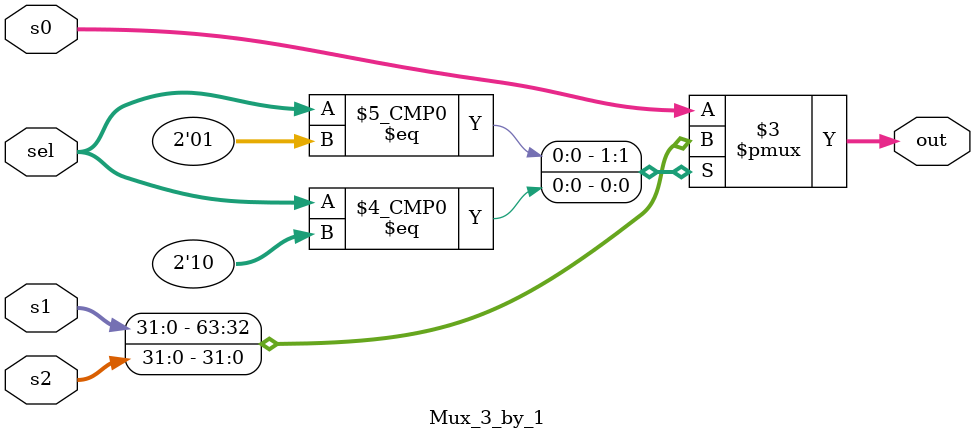
<source format=v>
module Mux_3_by_1 #(
    parameter size = 32
) 
(
    input [1:0] sel,  // 2-bit select input
    input signed [size-1:0] s0,
    input signed [size-1:0] s1,
    input signed [size-1:0] s2,
    output reg signed [size-1:0] out // reg type for always block
);

always @(*) begin
    case(sel)
        2'b00: out = s0;
        2'b01: out = s1;
        2'b10: out = s2;
        default: out = s0; // Default case for safety
    endcase 
end

endmodule

</source>
